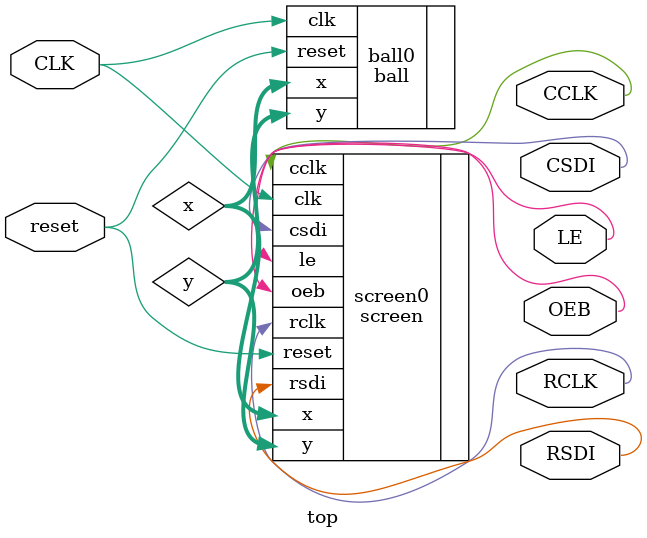
<source format=v>
`default_nettype none
`timescale 1ns / 1ps

module top
	#(parameter SCREENTIMERWIDTH = 10,
	  parameter BALLSPEED = 20)
	(
	input wire CLK,
	input wire reset,

	output wire RCLK,
	output wire RSDI,
	output wire OEB,
	output wire CSDI,
	output wire CCLK,
	output wire LE
    );

	wire [3:0] x, y;

	ball #(.SPEED(BALLSPEED)) ball0(
		.clk(CLK),
		.reset(reset),
		.x(x),
		.y(y)
	);

	screen #(.TIMERWIDTH(SCREENTIMERWIDTH)) screen0(
		.clk(CLK),
		.reset(reset),
		.x(x),
		.y(y),
		.rclk(RCLK),
		.rsdi(RSDI),
		.oeb(OEB),
		.csdi(CSDI),
		.cclk(CCLK),
		.le(LE)
	);

endmodule

</source>
